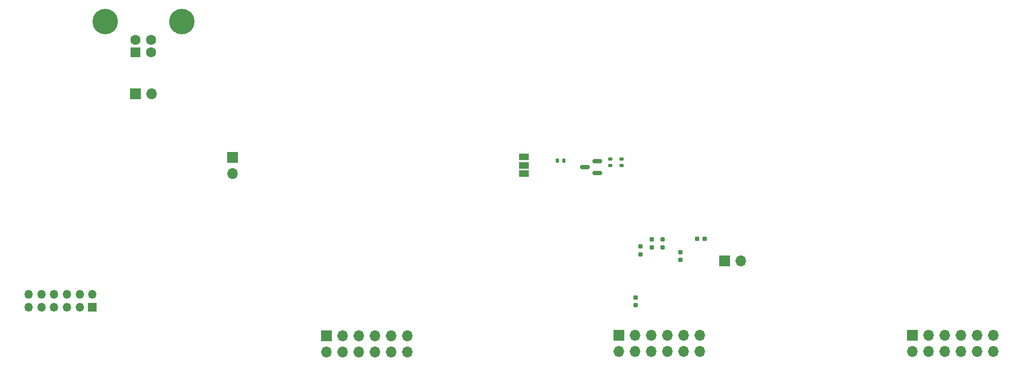
<source format=gbr>
%TF.GenerationSoftware,KiCad,Pcbnew,7.0.1*%
%TF.CreationDate,2023-03-30T15:17:14+02:00*%
%TF.ProjectId,BalancedSurroundOutBus,42616c61-6e63-4656-9453-7572726f756e,rev?*%
%TF.SameCoordinates,Original*%
%TF.FileFunction,Soldermask,Bot*%
%TF.FilePolarity,Negative*%
%FSLAX46Y46*%
G04 Gerber Fmt 4.6, Leading zero omitted, Abs format (unit mm)*
G04 Created by KiCad (PCBNEW 7.0.1) date 2023-03-30 15:17:14*
%MOMM*%
%LPD*%
G01*
G04 APERTURE LIST*
G04 Aperture macros list*
%AMRoundRect*
0 Rectangle with rounded corners*
0 $1 Rounding radius*
0 $2 $3 $4 $5 $6 $7 $8 $9 X,Y pos of 4 corners*
0 Add a 4 corners polygon primitive as box body*
4,1,4,$2,$3,$4,$5,$6,$7,$8,$9,$2,$3,0*
0 Add four circle primitives for the rounded corners*
1,1,$1+$1,$2,$3*
1,1,$1+$1,$4,$5*
1,1,$1+$1,$6,$7*
1,1,$1+$1,$8,$9*
0 Add four rect primitives between the rounded corners*
20,1,$1+$1,$2,$3,$4,$5,0*
20,1,$1+$1,$4,$5,$6,$7,0*
20,1,$1+$1,$6,$7,$8,$9,0*
20,1,$1+$1,$8,$9,$2,$3,0*%
G04 Aperture macros list end*
%ADD10R,1.700000X1.700000*%
%ADD11O,1.700000X1.700000*%
%ADD12R,1.600000X1.600000*%
%ADD13C,1.600000*%
%ADD14C,4.000000*%
%ADD15RoundRect,0.160000X-0.160000X0.197500X-0.160000X-0.197500X0.160000X-0.197500X0.160000X0.197500X0*%
%ADD16R,1.350000X1.350000*%
%ADD17O,1.350000X1.350000*%
%ADD18R,1.500000X1.000000*%
%ADD19RoundRect,0.150000X0.587500X0.150000X-0.587500X0.150000X-0.587500X-0.150000X0.587500X-0.150000X0*%
%ADD20RoundRect,0.135000X-0.185000X0.135000X-0.185000X-0.135000X0.185000X-0.135000X0.185000X0.135000X0*%
%ADD21RoundRect,0.135000X-0.135000X-0.185000X0.135000X-0.185000X0.135000X0.185000X-0.135000X0.185000X0*%
%ADD22RoundRect,0.140000X0.170000X-0.140000X0.170000X0.140000X-0.170000X0.140000X-0.170000X-0.140000X0*%
%ADD23RoundRect,0.160000X-0.197500X-0.160000X0.197500X-0.160000X0.197500X0.160000X-0.197500X0.160000X0*%
G04 APERTURE END LIST*
D10*
%TO.C,ON1*%
X123000000Y-103475000D03*
D11*
X123000000Y-106015000D03*
%TD*%
D12*
%TO.C,J2*%
X107750000Y-87000000D03*
D13*
X110250000Y-87000000D03*
X110250000Y-85000000D03*
X107750000Y-85000000D03*
D14*
X103000000Y-82140000D03*
X115000000Y-82140000D03*
%TD*%
D10*
%TO.C,GND1*%
X200225000Y-119750000D03*
D11*
X202765000Y-119750000D03*
%TD*%
D10*
%TO.C,PWR1*%
X107725000Y-93500000D03*
D11*
X110265000Y-93500000D03*
%TD*%
D10*
%TO.C,J3*%
X137750000Y-131500000D03*
D11*
X137750000Y-134040000D03*
X140290000Y-131500000D03*
X140290000Y-134040000D03*
X142830000Y-131500000D03*
X142830000Y-134040000D03*
X145370000Y-131500000D03*
X145370000Y-134040000D03*
X147910000Y-131500000D03*
X147910000Y-134040000D03*
X150450000Y-131500000D03*
X150450000Y-134040000D03*
%TD*%
D10*
%TO.C,J5*%
X229650000Y-131475000D03*
D11*
X229650000Y-134015000D03*
X232190000Y-131475000D03*
X232190000Y-134015000D03*
X234730000Y-131475000D03*
X234730000Y-134015000D03*
X237270000Y-131475000D03*
X237270000Y-134015000D03*
X239810000Y-131475000D03*
X239810000Y-134015000D03*
X242350000Y-131475000D03*
X242350000Y-134015000D03*
%TD*%
D15*
%TO.C,R4*%
X193250000Y-118402500D03*
X193250000Y-119597500D03*
%TD*%
%TO.C,R5*%
X190500000Y-116402500D03*
X190500000Y-117597500D03*
%TD*%
%TO.C,R2*%
X186200000Y-125502500D03*
X186200000Y-126697500D03*
%TD*%
D16*
%TO.C,J1*%
X101000000Y-127000000D03*
D17*
X101000000Y-125000000D03*
X99000000Y-127000000D03*
X99000000Y-125000000D03*
X97000000Y-127000000D03*
X97000000Y-125000000D03*
X95000000Y-127000000D03*
X95000000Y-125000000D03*
X93000000Y-127000000D03*
X93000000Y-125000000D03*
X91000000Y-127000000D03*
X91000000Y-125000000D03*
%TD*%
D18*
%TO.C,JP1*%
X168750000Y-103450000D03*
X168750000Y-104750000D03*
X168750000Y-106050000D03*
%TD*%
D19*
%TO.C,Q1*%
X180187500Y-104050000D03*
X180187500Y-105950000D03*
X178312500Y-105000000D03*
%TD*%
D20*
%TO.C,R8*%
X184000000Y-103740000D03*
X184000000Y-104760000D03*
%TD*%
D15*
%TO.C,R3*%
X188750000Y-116402500D03*
X188750000Y-117597500D03*
%TD*%
%TO.C,R1*%
X187000000Y-117502500D03*
X187000000Y-118697500D03*
%TD*%
D10*
%TO.C,J4*%
X183650000Y-131475000D03*
D11*
X183650000Y-134015000D03*
X186190000Y-131475000D03*
X186190000Y-134015000D03*
X188730000Y-131475000D03*
X188730000Y-134015000D03*
X191270000Y-131475000D03*
X191270000Y-134015000D03*
X193810000Y-131475000D03*
X193810000Y-134015000D03*
X196350000Y-131475000D03*
X196350000Y-134015000D03*
%TD*%
D21*
%TO.C,R7*%
X173990000Y-104000000D03*
X175010000Y-104000000D03*
%TD*%
D22*
%TO.C,C1*%
X182250000Y-104730000D03*
X182250000Y-103770000D03*
%TD*%
D23*
%TO.C,R6*%
X195902500Y-116250000D03*
X197097500Y-116250000D03*
%TD*%
M02*

</source>
